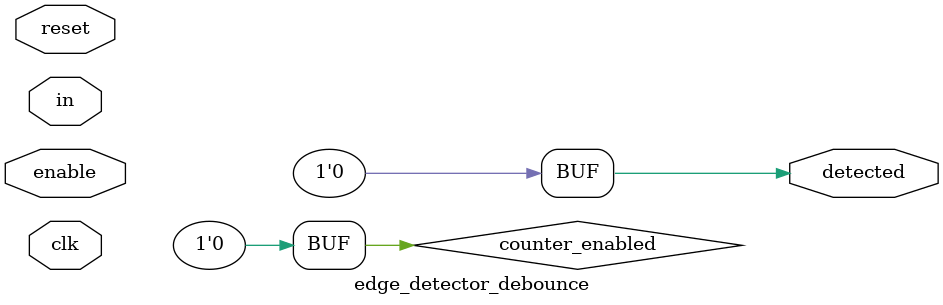
<source format=v>
module edge_detector_debounce(
		    input wire clk,
		    input wire reset, //asynchronous reset
		    input wire enable,
		    input wire in,
		    output reg detected	       
		    );   
   reg [1:0] 		       current_state;
   reg [1:0] 		       next_state;
   reg 			       counter_enabled;
   
   
   parameter [1:0] not_detected = 2'b00;
   parameter [1:0] edge_detected = 2'b01;
   parameter [1:0] disabled = 2'b11;
   parameter [1:0] waiting = 2'b10;

   Timer Timer1(
		.clk(clk),
		.reset(0), //hardcoded
		.clr(clr),
		.en(counter_enabled),
		.q(timeout)
		);
   
   initial begin
      current_state <= 2'b00;
      next_state <= 2'b00;
   end
   
   always @(posedge clk)
     begin
	// reset condition
	if (reset == 0)	  
	  begin
	     current_state <= not_detected;	     
	  end
	else
	  begin
	     if (enable == 1)
	       begin
		  current_state <= next_state;
	       end
	  end // else: !if(reset == 1)
     end // always @ (posedge clk or posedge reset)

   always @(current_state or in or timeout)
     begin
	next_state <= current_state;
	case (current_state)
	  not_detected:
	    begin
	       detected <= 0;
	       counter_enabled <= 0;
	       if (in == 0)
		 next_state <= not_detected;
	       else
		 next_state <= edge_detected;
	    end	  
	  edge_detected:
	    begin
	       detected <= 1;
	       counter_enabled <= 0;
	       next_state <= disabled;
	    end
	  disabled:
	    begin
	       detected <= 0;
	       counter_enabled <= 1;
	       if (timeout == 1)
		 begin
		    if (in == 0)
		      next_state <= not_detected;
		    else
		      next_state <= waiting;
		 end
	       else
		 current_state <= current_state;
	    end // case: disabled
	  waiting:
	    begin
	       detected <= 0;
	       counter_enabled <= 0;
	       if (in == 0)
		 next_state <= not_detected;
	       else
		 next_state <= waiting;
	    end
	  default:
	    begin
	       detected <= 0;
	       counter_enabled <= 0;
	       if (in == 0)
		 next_state <= not_detected;
	       else
		 next_state <= waiting;
	    end // always @ (...
	endcase
     end // always @ (in)
endmodule

</source>
